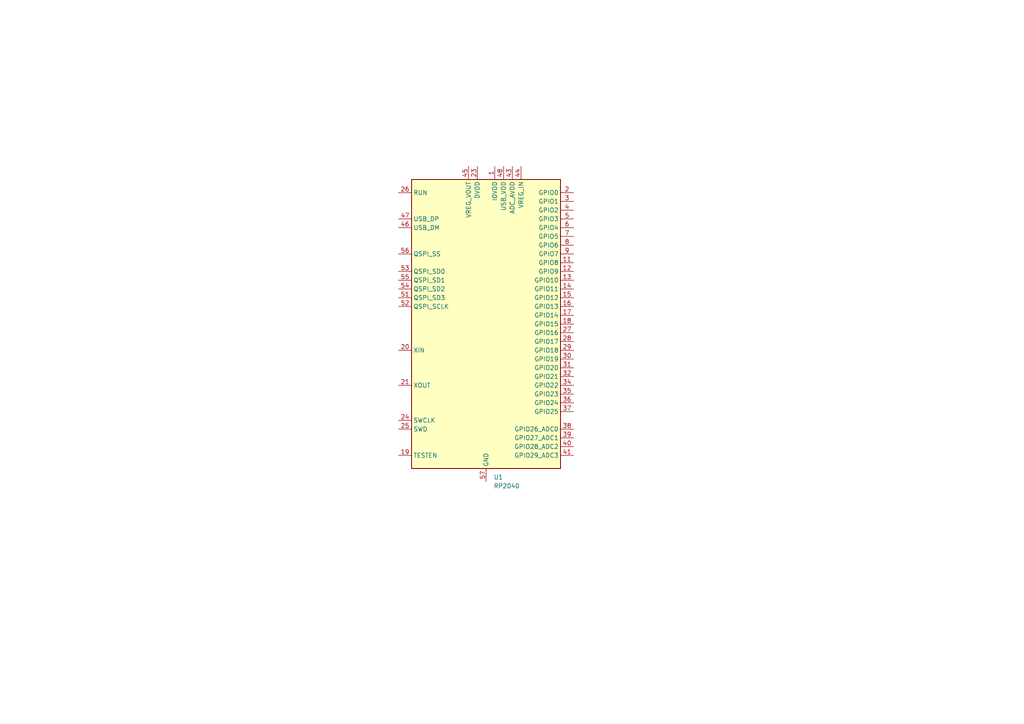
<source format=kicad_sch>
(kicad_sch (version 20230121) (generator eeschema)
  (paper "A4")
  (lib_symbols
    (symbol "MCU_RaspberryPi:RP2040"
      (property "Reference" "U" (at 17.78 45.72 0))
      (property "Value" "RP2040" (at 17.78 43.18 0))
      (symbol "RP2040_0_1"
        (rectangle (start -21.59 41.91) (end 21.59 -41.91) (stroke (width 0.254)) (fill (type background)))
      )
      (symbol "RP2040_1_1"
        (pin power_in line (at 2.54 45.72 270) (length 3.81) (name "IOVDD") (number "1"))
        (pin passive line (at 2.54 45.72 270) (length 3.81) hide (name "IOVDD") (number "10"))
        (pin bidirectional line (at 25.4 17.78 180) (length 3.81) (name "GPIO8") (number "11"))
        (pin bidirectional line (at 25.4 15.24 180) (length 3.81) (name "GPIO9") (number "12"))
        (pin bidirectional line (at 25.4 12.7 180) (length 3.81) (name "GPIO10") (number "13"))
        (pin bidirectional line (at 25.4 10.16 180) (length 3.81) (name "GPIO11") (number "14"))
        (pin bidirectional line (at 25.4 7.62 180) (length 3.81) (name "GPIO12") (number "15"))
        (pin bidirectional line (at 25.4 5.08 180) (length 3.81) (name "GPIO13") (number "16"))
        (pin bidirectional line (at 25.4 2.54 180) (length 3.81) (name "GPIO14") (number "17"))
        (pin bidirectional line (at 25.4 0 180) (length 3.81) (name "GPIO15") (number "18"))
        (pin input line (at -25.4 -38.1 0) (length 3.81) (name "TESTEN") (number "19"))
        (pin bidirectional line (at 25.4 38.1 180) (length 3.81) (name "GPIO0") (number "2"))
        (pin input line (at -25.4 -7.62 0) (length 3.81) (name "XIN") (number "20"))
        (pin passive line (at -25.4 -17.78 0) (length 3.81) (name "XOUT") (number "21"))
        (pin passive line (at 2.54 45.72 270) (length 3.81) hide (name "IOVDD") (number "22"))
        (pin power_in line (at -2.54 45.72 270) (length 3.81) (name "DVDD") (number "23"))
        (pin input line (at -25.4 -27.94 0) (length 3.81) (name "SWCLK") (number "24"))
        (pin bidirectional line (at -25.4 -30.48 0) (length 3.81) (name "SWD") (number "25"))
        (pin input line (at -25.4 38.1 0) (length 3.81) (name "RUN") (number "26"))
        (pin bidirectional line (at 25.4 -2.54 180) (length 3.81) (name "GPIO16") (number "27"))
        (pin bidirectional line (at 25.4 -5.08 180) (length 3.81) (name "GPIO17") (number "28"))
        (pin bidirectional line (at 25.4 -7.62 180) (length 3.81) (name "GPIO18") (number "29"))
        (pin bidirectional line (at 25.4 35.56 180) (length 3.81) (name "GPIO1") (number "3"))
        (pin bidirectional line (at 25.4 -10.16 180) (length 3.81) (name "GPIO19") (number "30"))
        (pin bidirectional line (at 25.4 -12.7 180) (length 3.81) (name "GPIO20") (number "31"))
        (pin bidirectional line (at 25.4 -15.24 180) (length 3.81) (name "GPIO21") (number "32"))
        (pin passive line (at 2.54 45.72 270) (length 3.81) hide (name "IOVDD") (number "33"))
        (pin bidirectional line (at 25.4 -17.78 180) (length 3.81) (name "GPIO22") (number "34"))
        (pin bidirectional line (at 25.4 -20.32 180) (length 3.81) (name "GPIO23") (number "35"))
        (pin bidirectional line (at 25.4 -22.86 180) (length 3.81) (name "GPIO24") (number "36"))
        (pin bidirectional line (at 25.4 -25.4 180) (length 3.81) (name "GPIO25") (number "37"))
        (pin bidirectional line (at 25.4 -30.48 180) (length 3.81) (name "GPIO26_ADC0") (number "38"))
        (pin bidirectional line (at 25.4 -33.02 180) (length 3.81) (name "GPIO27_ADC1") (number "39"))
        (pin bidirectional line (at 25.4 33.02 180) (length 3.81) (name "GPIO2") (number "4"))
        (pin bidirectional line (at 25.4 -35.56 180) (length 3.81) (name "GPIO28_ADC2") (number "40"))
        (pin bidirectional line (at 25.4 -38.1 180) (length 3.81) (name "GPIO29_ADC3") (number "41"))
        (pin passive line (at 2.54 45.72 270) (length 3.81) hide (name "IOVDD") (number "42"))
        (pin power_in line (at 7.62 45.72 270) (length 3.81) (name "ADC_AVDD") (number "43"))
        (pin power_in line (at 10.16 45.72 270) (length 3.81) (name "VREG_IN") (number "44"))
        (pin power_out line (at -5.08 45.72 270) (length 3.81) (name "VREG_VOUT") (number "45"))
        (pin bidirectional line (at -25.4 27.94 0) (length 3.81) (name "USB_DM") (number "46"))
        (pin bidirectional line (at -25.4 30.48 0) (length 3.81) (name "USB_DP") (number "47"))
        (pin power_in line (at 5.08 45.72 270) (length 3.81) (name "USB_VDD") (number "48"))
        (pin passive line (at 2.54 45.72 270) (length 3.81) hide (name "IOVDD") (number "49"))
        (pin bidirectional line (at 25.4 30.48 180) (length 3.81) (name "GPIO3") (number "5"))
        (pin passive line (at -2.54 45.72 270) (length 3.81) hide (name "DVDD") (number "50"))
        (pin bidirectional line (at -25.4 7.62 0) (length 3.81) (name "QSPI_SD3") (number "51"))
        (pin output line (at -25.4 5.08 0) (length 3.81) (name "QSPI_SCLK") (number "52"))
        (pin bidirectional line (at -25.4 15.24 0) (length 3.81) (name "QSPI_SD0") (number "53"))
        (pin bidirectional line (at -25.4 10.16 0) (length 3.81) (name "QSPI_SD2") (number "54"))
        (pin bidirectional line (at -25.4 12.7 0) (length 3.81) (name "QSPI_SD1") (number "55"))
        (pin bidirectional line (at -25.4 20.32 0) (length 3.81) (name "QSPI_SS") (number "56"))
        (pin power_in line (at 0 -45.72 90) (length 3.81) (name "GND") (number "57"))
        (pin bidirectional line (at 25.4 27.94 180) (length 3.81) (name "GPIO4") (number "6"))
        (pin bidirectional line (at 25.4 25.4 180) (length 3.81) (name "GPIO5") (number "7"))
        (pin bidirectional line (at 25.4 22.86 180) (length 3.81) (name "GPIO6") (number "8"))
        (pin bidirectional line (at 25.4 20.32 180) (length 3.81) (name "GPIO7") (number "9"))
      )
    )
  )
  (symbol (lib_id "MCU_RaspberryPi:RP2040") (at 140.97 93.98 0) (unit 1)
    (property "Reference" "U1" (at 143.1641 138.43 0) (effects (justify left)))
    (property "Value" "RP2040" (at 143.1641 140.97 0) (effects (justify left)))
    (property "Footprint" "Package_DFN_QFN:QFN-56-1EP_7x7mm_P0.4mm_EP3.2x3.2mm" (effects hide))
    (property "Datasheet" "https://datasheets.raspberrypi.com/rp2040/rp2040-datasheet.pdf" (effects hide))
  )
)
</source>
